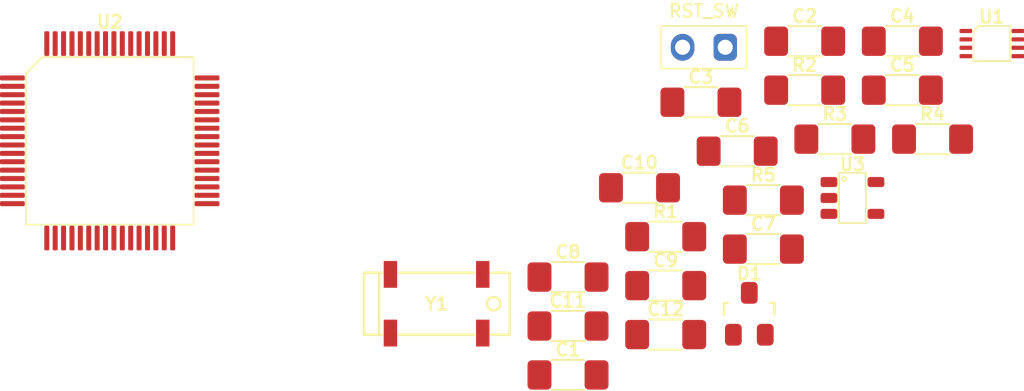
<source format=kicad_pcb>
(kicad_pcb (version 20211014) (generator pcbnew)
  (layers (0 "F.Cu" signal) (31 "B.Cu" signal) (34 "B.Paste" user) (35 "F.Paste" user) (36 "B.SilkS" user "B.Silkscreen") (37 "F.SilkS" user "F.Silkscreen") (38 "B.Mask" user) (39 "F.Mask" user) (44 "Edge.Cuts" user))
  (net 0 "")
  (net 1 "Net-(C1-Pad1)")
  (net 2 "GND")
  (net 3 "+3.3V")
  (net 4 "Net-(C10-Pad1)")
  (net 5 "Net-(U2-Pad44)")
  (net 6 "Net-(U2-Pad45)")
  (net 7 "Net-(D1-Pad3)")
  (net 8 "Net-(R1-Pad2)")
  (net 9 "Net-(R2-Pad1)")
  (net 10 "Net-(R3-Pad1)")
  (net 11 "Net-(R4-Pad1)")
  (net 12 "/FSRX")
  (net 13 "/FSTX")
  (net 55 "/UPDI")
  (net 68 "+5V")
  (footprint "myAmp:C_1206" (layer "F.Cu") (at 136.735 61.96)
    (fp_text reference "R5" (at 0 -1.5) (layer "F.SilkS") (effects (font (size 0.75 0.75))))
    (fp_text value "8k2" hide)
    (fp_line (start -1 0.9) (end 1 0.9) (layer "F.SilkS") (width 0.12))
    (fp_line (start -1 -0.9) (end 1 -0.9) (layer "F.SilkS") (width 0.12))
    (pad "1" smd roundrect locked (at -1.7 0) (size 1.425 1.75) (layers "F.Cu" "F.Paste" "F.Mask") (roundrect_rratio 0.175) (net 12 "/FSRX"))
    (pad "2" smd roundrect locked (at 1.7 0) (size 1.425 1.75) (layers "F.Cu" "F.Paste" "F.Mask") (roundrect_rratio 0.175) (net 2 "GND"))
  )
  (footprint "myAmp:C_1206" (layer "F.Cu") (at 130.915 64.14)
    (fp_text reference "R1" (at 0 -1.5) (layer "F.SilkS") (effects (font (size 0.75 0.75))))
    (fp_text value "330" hide)
    (fp_line (start -1 -0.9) (end 1 -0.9) (layer "F.SilkS") (width 0.12))
    (fp_line (start -1 0.9) (end 1 0.9) (layer "F.SilkS") (width 0.12))
    (pad "1" smd roundrect locked (at -1.7 0) (size 1.425 1.75) (layers "F.Cu" "F.Paste" "F.Mask") (roundrect_rratio 0.175) (net 1 "Net-(C1-Pad1)"))
    (pad "2" smd roundrect locked (at 1.7 0) (size 1.425 1.75) (layers "F.Cu" "F.Paste" "F.Mask") (roundrect_rratio 0.175) (net 8 "Net-(R1-Pad2)"))
  )
  (footprint "myAmp:C_1206" (layer "F.Cu") (at 136.735 64.88)
    (fp_text reference "C7" (at 0 -1.5) (layer "F.SilkS") (effects (font (size 0.75 0.75))))
    (fp_text value "10n" hide)
    (fp_line (start -1 0.9) (end 1 0.9) (layer "F.SilkS") (width 0.12))
    (fp_line (start -1 -0.9) (end 1 -0.9) (layer "F.SilkS") (width 0.12))
    (pad "1" smd roundrect locked (at -1.7 0) (size 1.425 1.75) (layers "F.Cu" "F.Paste" "F.Mask") (roundrect_rratio 0.175) (net 3 "+3.3V"))
    (pad "2" smd roundrect locked (at 1.7 0) (size 1.425 1.75) (layers "F.Cu" "F.Paste" "F.Mask") (roundrect_rratio 0.175) (net 2 "GND"))
  )
  (footprint "myAmp:C_1206" (layer "F.Cu") (at 145.015 55.4)
    (fp_text reference "C5" (at 0 -1.5) (layer "F.SilkS") (effects (font (size 0.75 0.75))))
    (fp_text value "10n" hide)
    (fp_line (start -1 0.9) (end 1 0.9) (layer "F.SilkS") (width 0.12))
    (fp_line (start -1 -0.9) (end 1 -0.9) (layer "F.SilkS") (width 0.12))
    (pad "1" smd roundrect locked (at -1.7 0) (size 1.425 1.75) (layers "F.Cu" "F.Paste" "F.Mask") (roundrect_rratio 0.175) (net 3 "+3.3V"))
    (pad "2" smd roundrect locked (at 1.7 0) (size 1.425 1.75) (layers "F.Cu" "F.Paste" "F.Mask") (roundrect_rratio 0.175) (net 2 "GND"))
  )
  (footprint "myAmp:C_1206" (layer "F.Cu") (at 125.095 69.47)
    (fp_text reference "C11" (at 0 -1.5) (layer "F.SilkS") (effects (font (size 0.75 0.75))))
    (fp_text value "12p" hide)
    (fp_line (start -1 0.9) (end 1 0.9) (layer "F.SilkS") (width 0.12))
    (fp_line (start -1 -0.9) (end 1 -0.9) (layer "F.SilkS") (width 0.12))
    (pad "1" smd roundrect locked (at -1.7 0) (size 1.425 1.75) (layers "F.Cu" "F.Paste" "F.Mask") (roundrect_rratio 0.175) (net 5 "Net-(U2-Pad44)"))
    (pad "2" smd roundrect locked (at 1.7 0) (size 1.425 1.75) (layers "F.Cu" "F.Paste" "F.Mask") (roundrect_rratio 0.175) (net 2 "GND"))
  )
  (footprint "myAmp:Switch_2.5mm" (layer "F.Cu") (at 133.1933 52.8408)
    (fp_text reference "SW1" hide)
    (fp_text value "RST_SW" (at 0 -2.159) (layer "F.SilkS") (effects (font (size 0.75 0.75) (thickness 0.127))))
    (fp_line (start -2.54 -1.27) (end 2.54 -1.27) (layer "F.SilkS") (width 0.1))
    (fp_line (start 2.54 -1.27) (end 2.54 1.27) (layer "F.SilkS") (width 0.1))
    (fp_line (start -2.54 1.27) (end -2.54 -1.27) (layer "F.SilkS") (width 0.1016))
    (fp_line (start 2.54 1.27) (end -2.54 1.27) (layer "F.SilkS") (width 0.1))
    (pad "1" thru_hole roundrect locked (at 1.27 0) (size 1.4 1.6) (drill 0.9) (layers *.Cu *.Mask) (net 8 "Net-(R1-Pad2)"))
    (pad "2" thru_hole oval locked (at -1.27 0) (size 1.4 1.6) (drill 0.9) (layers *.Cu *.Mask) (net 2 "GND"))
  )
  (footprint "myAmp:SOT-23-5" (layer "F.Cu") (at 142.0425 61.83)
    (fp_text reference "U3" (at 0 -2 180) (layer "F.SilkS") (effects (font (size 0.75 0.75))))
    (fp_text value "SN74LVC1G17" hide)
    (fp_line (start -0.8 -1.5) (end 0.8 -1.5) (layer "F.SilkS") (width 0.1))
    (fp_line (start 0.8 -1.5) (end 0.8 1.5) (layer "F.SilkS") (width 0.1))
    (fp_line (start -0.8 1.5) (end -0.8 -1.5) (layer "F.SilkS") (width 0.1))
    (fp_line (start 0.8 1.5) (end -0.8 1.5) (layer "F.SilkS") (width 0.1))
    (fp_circle (center -0.508 -1.143) (end -0.381 -1.143) (layer "F.SilkS") (width 0.1) (fill none))
    (pad "1" smd roundrect (at -1.4 -0.95 270) (size 0.6 1) (layers "F.Cu" "F.Paste" "F.Mask"))
    (pad "2" smd roundrect (at -1.4 0 270) (size 0.6 1) (layers "F.Cu" "F.Paste" "F.Mask") (net 7 "Net-(D1-Pad3)"))
    (pad "3" smd roundrect (at -1.4 0.947798 270) (size 0.6 1) (layers "F.Cu" "F.Paste" "F.Mask") (net 2 "GND"))
    (pad "4" smd roundrect (at 1.4 0.95 270) (size 0.6 1) (layers "F.Cu" "F.Paste" "F.Mask") (net 11 "Net-(R4-Pad1)"))
    (pad "5" smd roundrect (at 1.4 -0.95 270) (size 0.6 1) (layers "F.Cu" "F.Paste" "F.Mask") (net 68 "+5V"))
  )
  (footprint "myAmp:C_1206" (layer "F.Cu") (at 125.095 72.39)
    (fp_text reference "C1" (at 0 -1.5) (layer "F.SilkS") (effects (font (size 0.75 0.75))))
    (fp_text value "100n" hide)
    (fp_line (start -1 -0.9) (end 1 -0.9) (layer "F.SilkS") (width 0.12))
    (fp_line (start -1 0.9) (end 1 0.9) (layer "F.SilkS") (width 0.12))
    (pad "1" smd roundrect locked (at -1.7 0) (size 1.425 1.75) (layers "F.Cu" "F.Paste" "F.Mask") (roundrect_rratio 0.175) (net 1 "Net-(C1-Pad1)"))
    (pad "2" smd roundrect locked (at 1.7 0) (size 1.425 1.75) (layers "F.Cu" "F.Paste" "F.Mask") (roundrect_rratio 0.175) (net 2 "GND"))
  )
  (footprint "myAmp:VSSOP-8_2.4x2.1mm_P0.5mm" (layer "F.Cu") (at 150.3475 52.62)
    (fp_text reference "U1" (at 0 -1.6) (layer "F.SilkS") (effects (font (size 0.75 0.75))))
    (fp_text value "74LVC2G32DC")
    (fp_line (start 1.1 1.05) (end 1.1 -1.05) (layer "F.SilkS") (width 0.1))
    (fp_line (start 1.1 -1.05) (end -0.8 -1.05) (layer "F.SilkS") (width 0.1))
    (fp_line (start -1.1 -0.7) (end -1.1 1.05) (layer "F.SilkS") (width 0.1))
    (fp_line (start -0.8 -1.05) (end -1.1 -0.7) (layer "F.SilkS") (width 0.1))
    (fp_line (start -1.1 1.05) (end 1.1 1.05) (layer "F.SilkS") (width 0.1))
    (pad "1" smd roundrect (at -1.55 -0.75) (size 0.75 0.25) (layers "F.Cu" "F.Paste" "F.Mask") (net 13 "/FSTX"))
    (pad "2" smd roundrect (at -1.55 -0.25) (size 0.75 0.25) (layers "F.Cu" "F.Paste" "F.Mask") (net 2 "GND"))
    (pad "3" smd roundrect (at -1.55 0.25) (size 0.75 0.25) (layers "F.Cu" "F.Paste" "F.Mask") (net 10 "Net-(R3-Pad1)"))
    (pad "4" smd roundrect (at -1.55 0.75) (size 0.75 0.25) (layers "F.Cu" "F.Paste" "F.Mask") (net 2 "GND"))
    (pad "5" smd roundrect (at 1.55 0.75) (size 0.75 0.25) (layers "F.Cu" "F.Paste" "F.Mask") (net 13 "/FSTX"))
    (pad "6" smd roundrect (at 1.55 0.25) (size 0.75 0.25) (layers "F.Cu" "F.Paste" "F.Mask") (net 2 "GND"))
    (pad "7" smd roundrect (at 1.55 -0.25) (size 0.75 0.25) (layers "F.Cu" "F.Paste" "F.Mask") (net 9 "Net-(R2-Pad1)"))
    (pad "8" smd roundrect (at 1.55 -0.75) (size 0.75 0.25) (layers "F.Cu" "F.Paste" "F.Mask") (net 4 "Net-(C10-Pad1)"))
  )
  (footprint "myAmp:QUARTZ_85SMX" (layer "F.Cu") (at 117.2655 68.14)
    (fp_text reference "Y1" (at 0 0) (layer "F.SilkS") (effects (font (size 0.75 0.75))))
    (fp_text value "32768Hz")
    (fp_line (start -4.318 -1.85) (end -4.318 1.85) (layer "F.SilkS") (width 0.15))
    (fp_line (start 3.25 1.85) (end 4.35 1.85) (layer "F.SilkS") (width 0.15))
    (fp_line (start -3.429 -1.85) (end -3.429 1.85) (layer "F.SilkS") (width 0.15))
    (fp_line (start 4.35 -1.85) (end 4.35 1.85) (layer "F.SilkS") (width 0.15))
    (fp_line (start 2.25 -1.85) (end -2.25 -1.85) (layer "F.SilkS") (width 0.15))
    (fp_line (start -3.25 1.85) (end -4.318 1.85) (layer "F.SilkS") (width 0.15))
    (fp_line (start 2.25 1.85) (end -2.25 1.85) (layer "F.SilkS") (width 0.15))
    (fp_line (start -3.25 -1.85) (end -4.318 -1.85) (layer "F.SilkS") (width 0.15))
    (fp_line (start 4.35 -1.85) (end 3.25 -1.85) (layer "F.SilkS") (width 0.15))
    (fp_circle (center 3.4 0) (end 3.4 0.4) (layer "F.SilkS") (width 0.15) (fill none))
    (pad "1" smd rect locked (at -2.75 1.75) (size 0.8 1.6) (layers "F.Cu" "F.Paste" "F.Mask") (net 5 "Net-(U2-Pad44)"))
    (pad "2" smd rect locked (at -2.75 -1.75) (size 0.8 1.6) (layers "F.Cu" "F.Paste" "F.Mask") (net 6 "Net-(U2-Pad45)"))
    (pad "3" smd rect locked (at 2.75 1.75) (size 0.8 1.6) (layers "F.Cu" "F.Paste" "F.Mask"))
    (pad "4" smd rect locked (at 2.75 -1.75) (size 0.8 1.6) (layers "F.Cu" "F.Paste" "F.Mask"))
  )
  (footprint "myAmp:SOT-23" (layer "F.Cu") (at 135.89732 68.74)
    (fp_text reference "D1" (at 0 -2.4) (layer "F.SilkS") (effects (font (size 0.75 0.75))))
    (fp_text value "BAT54SW")
    (fp_line (start -1.49982 0.0508) (end -1.49982 -0.65024) (layer "F.SilkS") (width 0.15))
    (fp_line (start 1.29916 -0.65024) (end 1.2509 -0.65024) (layer "F.SilkS") (width 0.15))
    (fp_line (start 1.29916 -0.65024) (end 1.49982 -0.65024) (layer "F.SilkS") (width 0.15))
    (fp_line (start -1.49982 -0.65024) (end -1.2509 -0.65024) (layer "F.SilkS") (width 0.15))
    (fp_line (start 1.49982 -0.65024) (end 1.49982 0.0508) (layer "F.SilkS") (width 0.15))
    (pad "1" smd roundrect (at -0.95 1.25) (size 1 1.3) (layers "F.Cu" "F.Paste" "F.Mask") (net 2 "GND"))
    (pad "2" smd roundrect (at 0.95 1.25) (size 1 1.3) (layers "F.Cu" "F.Paste" "F.Mask") (net 3 "+3.3V"))
    (pad "3" smd roundrect (at 0 -1.25) (size 1 1.3) (layers "F.Cu" "F.Paste" "F.Mask") (net 7 "Net-(D1-Pad3)"))
  )
  (footprint "myAmp:C_1206" (layer "F.Cu") (at 129.355 61.22)
    (fp_text reference "C10" (at 0 -1.5) (layer "F.SilkS") (effects (font (size 0.75 0.75))))
    (fp_text value "10n" hide)
    (fp_line (start -1 0.9) (end 1 0.9) (layer "F.SilkS") (width 0.12))
    (fp_line (start -1 -0.9) (end 1 -0.9) (layer "F.SilkS") (width 0.12))
    (pad "1" smd roundrect locked (at -1.7 0) (size 1.425 1.75) (layers "F.Cu" "F.Paste" "F.Mask") (roundrect_rratio 0.175) (net 4 "Net-(C10-Pad1)"))
    (pad "2" smd roundrect locked (at 1.7 0) (size 1.425 1.75) (layers "F.Cu" "F.Paste" "F.Mask") (roundrect_rratio 0.175) (net 2 "GND"))
  )
  (footprint "myAmp:C_1206" (layer "F.Cu") (at 130.915 69.98)
    (fp_text reference "C12" (at 0 -1.5) (layer "F.SilkS") (effects (font (size 0.75 0.75))))
    (fp_text value "12p" hide)
    (fp_line (start -1 0.9) (end 1 0.9) (layer "F.SilkS") (width 0.12))
    (fp_line (start -1 -0.9) (end 1 -0.9) (layer "F.SilkS") (width 0.12))
    (pad "1" smd roundrect locked (at -1.7 0) (size 1.425 1.75) (layers "F.Cu" "F.Paste" "F.Mask") (roundrect_rratio 0.175) (net 6 "Net-(U2-Pad45)"))
    (pad "2" smd roundrect locked (at 1.7 0) (size 1.425 1.75) (layers "F.Cu" "F.Paste" "F.Mask") (roundrect_rratio 0.175) (net 2 "GND"))
  )
  (footprint "myAmp:C_1206" (layer "F.Cu") (at 130.915 67.06)
    (fp_text reference "C9" (at 0 -1.5) (layer "F.SilkS") (effects (font (size 0.75 0.75))))
    (fp_text value "10n" hide)
    (fp_line (start -1 -0.9) (end 1 -0.9) (layer "F.SilkS") (width 0.12))
    (fp_line (start -1 0.9) (end 1 0.9) (layer "F.SilkS") (width 0.12))
    (pad "1" smd roundrect locked (at -1.7 0) (size 1.425 1.75) (layers "F.Cu" "F.Paste" "F.Mask") (roundrect_rratio 0.175) (net 3 "+3.3V"))
    (pad "2" smd roundrect locked (at 1.7 0) (size 1.425 1.75) (layers "F.Cu" "F.Paste" "F.Mask") (roundrect_rratio 0.175) (net 2 "GND"))
  )
  (footprint "myAmp:C_1206" (layer "F.Cu") (at 135.175 59.04)
    (fp_text reference "C6" (at 0 -1.5) (layer "F.SilkS") (effects (font (size 0.75 0.75))))
    (fp_text value "100n" hide)
    (fp_line (start -1 0.9) (end 1 0.9) (layer "F.SilkS") (width 0.12))
    (fp_line (start -1 -0.9) (end 1 -0.9) (layer "F.SilkS") (width 0.12))
    (pad "1" smd roundrect locked (at -1.7 0) (size 1.425 1.75) (layers "F.Cu" "F.Paste" "F.Mask") (roundrect_rratio 0.175) (net 3 "+3.3V"))
    (pad "2" smd roundrect locked (at 1.7 0) (size 1.425 1.75) (layers "F.Cu" "F.Paste" "F.Mask") (roundrect_rratio 0.175) (net 2 "GND"))
  )
  (footprint "myAmp:C_1206" (layer "F.Cu") (at 146.815 58.32)
    (fp_text reference "R4" (at 0 -1.5) (layer "F.SilkS") (effects (font (size 0.75 0.75))))
    (fp_text value "4k7" hide)
    (fp_line (start -1 -0.9) (end 1 -0.9) (layer "F.SilkS") (width 0.12))
    (fp_line (start -1 0.9) (end 1 0.9) (layer "F.SilkS") (width 0.12))
    (pad "1" smd roundrect locked (at -1.7 0) (size 1.425 1.75) (layers "F.Cu" "F.Paste" "F.Mask") (roundrect_rratio 0.175) (net 11 "Net-(R4-Pad1)"))
    (pad "2" smd roundrect locked (at 1.7 0) (size 1.425 1.75) (layers "F.Cu" "F.Paste" "F.Mask") (roundrect_rratio 0.175) (net 12 "/FSRX"))
  )
  (footprint "myAmp:TQFP-64_10x10mm_P0.5mm" (layer "F.Cu") (at 97.79 58.42)
    (fp_text reference "U2" (at 0 -7.1 180) (layer "F.SilkS") (effects (font (size 0.75 0.75))))
    (fp_text value "AVR64DA64")
    (fp_line (start 5 5) (end -5 5) (layer "F.SilkS") (width 0.1))
    (fp_line (start -5 5) (end -5 -4) (layer "F.SilkS") (width 0.1))
    (fp_line (start 5 -5) (end 5 5) (layer "F.SilkS") (width 0.1))
    (fp_line (start -5 -4) (end -4 -5) (layer "F.SilkS") (width 0.1))
    (fp_line (start -4 -5) (end 5 -5) (layer "F.SilkS") (width 0.1))
    (pad "1" smd roundrect (at -5.8 -3.75) (size 1.475 0.3) (layers "F.Cu" "F.Paste" "F.Mask"))
    (pad "2" smd roundrect (at -5.8 -3.25) (size 1.475 0.3) (layers "F.Cu" "F.Paste" "F.Mask"))
    (pad "3" smd roundrect (at -5.8 -2.75) (size 1.475 0.3) (layers "F.Cu" "F.Paste" "F.Mask"))
    (pad "4" smd roundrect (at -5.8 -2.25) (size 1.475 0.3) (layers "F.Cu" "F.Paste" "F.Mask"))
    (pad "5" smd roundrect (at -5.8 -1.75) (size 1.475 0.3) (layers "F.Cu" "F.Paste" "F.Mask"))
    (pad "6" smd roundrect (at -5.8 -1.25) (size 1.475 0.3) (layers "F.Cu" "F.Paste" "F.Mask") (net 3 "+3.3V"))
    (pad "7" smd roundrect (at -5.8 -0.75) (size 1.475 0.3) (layers "F.Cu" "F.Paste" "F.Mask") (net 2 "GND"))
    (pad "8" smd roundrect (at -5.8 -0.25) (size 1.475 0.3) (layers "F.Cu" "F.Paste" "F.Mask"))
    (pad "9" smd roundrect (at -5.8 0.25) (size 1.475 0.3) (layers "F.Cu" "F.Paste" "F.Mask"))
    (pad "10" smd roundrect (at -5.8 0.75) (size 1.475 0.3) (layers "F.Cu" "F.Paste" "F.Mask"))
    (pad "11" smd roundrect (at -5.8 1.25) (size 1.475 0.3) (layers "F.Cu" "F.Paste" "F.Mask"))
    (pad "12" smd roundrect (at -5.8 1.75) (size 1.475 0.3) (layers "F.Cu" "F.Paste" "F.Mask"))
    (pad "13" smd roundrect (at -5.8 2.25) (size 1.475 0.3) (layers "F.Cu" "F.Paste" "F.Mask"))
    (pad "14" smd roundrect (at -5.8 2.75) (size 1.475 0.3) (layers "F.Cu" "F.Paste" "F.Mask"))
    (pad "15" smd roundrect (at -5.8 3.25) (size 1.475 0.3) (layers "F.Cu" "F.Paste" "F.Mask"))
    (pad "16" smd roundrect (at -5.8 3.75) (size 1.475 0.3) (layers "F.Cu" "F.Paste" "F.Mask"))
    (pad "17" smd roundrect (at -3.75 5.8) (size 0.3 1.475) (layers "F.Cu" "F.Paste" "F.Mask"))
    (pad "18" smd roundrect (at -3.25 5.8) (size 0.3 1.475) (layers "F.Cu" "F.Paste" "F.Mask"))
    (pad "19" smd roundrect (at -2.75 5.8) (size 0.3 1.475) (layers "F.Cu" "F.Paste" "F.Mask"))
    (pad "20" smd roundrect (at -2.25 5.8) (size 0.3 1.475) (layers "F.Cu" "F.Paste" "F.Mask") (net 3 "+3.3V"))
    (pad "21" smd roundrect (at -1.75 5.8) (size 0.3 1.475) (layers "F.Cu" "F.Paste" "F.Mask") (net 2 "GND"))
    (pad "22" smd roundrect (at -1.25 5.8) (size 0.3 1.475) (layers "F.Cu" "F.Paste" "F.Mask"))
    (pad "23" smd roundrect (at -0.75 5.8) (size 0.3 1.475) (layers "F.Cu" "F.Paste" "F.Mask"))
    (pad "24" smd roundrect (at -0.25 5.8) (size 0.3 1.475) (layers "F.Cu" "F.Paste" "F.Mask"))
    (pad "25" smd roundrect (at 0.25 5.8) (size 0.3 1.475) (layers "F.Cu" "F.Paste" "F.Mask"))
    (pad "26" smd roundrect (at 0.75 5.8) (size 0.3 1.475) (layers "F.Cu" "F.Paste" "F.Mask"))
    (pad "27" smd roundrect (at 1.25 5.8) (size 0.3 1.475) (layers "F.Cu" "F.Paste" "F.Mask"))
    (pad "28" smd roundrect (at 1.75 5.8) (size 0.3 1.475) (layers "F.Cu" "F.Paste" "F.Mask"))
    (pad "29" smd roundrect (at 2.25 5.8) (size 0.3 1.475) (layers "F.Cu" "F.Paste" "F.Mask"))
    (pad "30" smd roundrect (at 2.75 5.8) (size 0.3 1.475) (layers "F.Cu" "F.Paste" "F.Mask"))
    (pad "31" smd roundrect (at 3.25 5.8) (size 0.3 1.475) (layers "F.Cu" "F.Paste" "F.Mask"))
    (pad "32" smd roundrect (at 3.75 5.8) (size 0.3 1.475) (layers "F.Cu" "F.Paste" "F.Mask"))
    (pad "33" smd roundrect (at 5.8 3.75) (size 1.475 0.3) (layers "F.Cu" "F.Paste" "F.Mask"))
    (pad "34" smd roundrect (at 5.8 3.25) (size 1.475 0.3) (layers "F.Cu" "F.Paste" "F.Mask") (net 3 "+3.3V"))
    (pad "35" smd roundrect (at 5.8 2.75) (size 1.475 0.3) (layers "F.Cu" "F.Paste" "F.Mask") (net 2 "GND"))
    (pad "36" smd roundrect (at 5.8 2.25) (size 1.475 0.3) (layers "F.Cu" "F.Paste" "F.Mask"))
    (pad "37" smd roundrect (at 5.8 1.75) (size 1.475 0.3) (layers "F.Cu" "F.Paste" "F.Mask"))
    (pad "38" smd roundrect (at 5.8 1.25) (size 1.475 0.3) (layers "F.Cu" "F.Paste" "F.Mask"))
    (pad "39" smd roundrect (at 5.8 0.75) (size 1.475 0.3) (layers "F.Cu" "F.Paste" "F.Mask"))
    (pad "40" smd roundrect (at 5.8 0.25) (size 1.475 0.3) (layers "F.Cu" "F.Paste" "F.Mask"))
    (pad "41" smd roundrect (at 5.8 -0.25) (size 1.475 0.3) (layers "F.Cu" "F.Paste" "F.Mask"))
    (pad "42" smd roundrect (at 5.8 -0.75) (size 1.475 0.3) (layers "F.Cu" "F.Paste" "F.Mask"))
    (pad "43" smd roundrect (at 5.8 -1.25) (size 1.475 0.3) (layers "F.Cu" "F.Paste" "F.Mask"))
    (pad "44" smd roundrect (at 5.8 -1.75) (size 1.475 0.3) (layers "F.Cu" "F.Paste" "F.Mask") (net 5 "Net-(U2-Pad44)"))
    (pad "45" smd roundrect (at 5.8 -2.25) (size 1.475 0.3) (layers "F.Cu" "F.Paste" "F.Mask") (net 6 "Net-(U2-Pad45)"))
    (pad "46" smd roundrect (at 5.8 -2.75) (size 1.475 0.3) (layers "F.Cu" "F.Paste" "F.Mask"))
    (pad "47" smd roundrect (at 5.8 -3.25) (size 1.475 0.3) (layers "F.Cu" "F.Paste" "F.Mask"))
    (pad "48" smd roundrect (at 5.8 -3.75) (size 1.475 0.3) (layers "F.Cu" "F.Paste" "F.Mask"))
    (pad "49" smd roundrect (at 3.75 -5.8) (size 0.3 1.475) (layers "F.Cu" "F.Paste" "F.Mask"))
    (pad "50" smd roundrect (at 3.25 -5.8) (size 0.3 1.475) (layers "F.Cu" "F.Paste" "F.Mask") (net 1 "Net-(C1-Pad1)"))
    (pad "51" smd roundrect (at 2.75 -5.8) (size 0.3 1.475) (layers "F.Cu" "F.Paste" "F.Mask") (net 55 "/UPDI"))
    (pad "52" smd roundrect (at 2.25 -5.8) (size 0.3 1.475) (layers "F.Cu" "F.Paste" "F.Mask"))
    (pad "53" smd roundrect (at 1.75 -5.8) (size 0.3 1.475) (layers "F.Cu" "F.Paste" "F.Mask"))
    (pad "54" smd roundrect (at 1.25 -5.8) (size 0.3 1.475) (layers "F.Cu" "F.Paste" "F.Mask"))
    (pad "55" smd roundrect (at 0.75 -5.8) (size 0.3 1.475) (layers "F.Cu" "F.Paste" "F.Mask"))
    (pad "56" smd roundrect (at 0.25 -5.8) (size 0.3 1.475) (layers "F.Cu" "F.Paste" "F.Mask") (net 3 "+3.3V"))
    (pad "57" smd roundrect (at -0.25 -5.8) (size 0.3 1.475) (layers "F.Cu" "F.Paste" "F.Mask") (net 2 "GND"))
    (pad "58" smd roundrect (at -0.75 -5.8) (size 0.3 1.475) (layers "F.Cu" "F.Paste" "F.Mask"))
    (pad "59" smd roundrect (at -1.25 -5.8) (size 0.3 1.475) (layers "F.Cu" "F.Paste" "F.Mask"))
    (pad "60" smd roundrect (at -1.75 -5.8) (size 0.3 1.475) (layers "F.Cu" "F.Paste" "F.Mask"))
    (pad "61" smd roundrect (at -2.25 -5.8) (size 0.3 1.475) (layers "F.Cu" "F.Paste" "F.Mask"))
    (pad "62" smd roundrect (at -2.75 -5.8) (size 0.3 1.475) (layers "F.Cu" "F.Paste" "F.Mask"))
    (pad "63" smd roundrect (at -3.25 -5.8) (size 0.3 1.475) (layers "F.Cu" "F.Paste" "F.Mask"))
    (pad "64" smd roundrect (at -3.75 -5.8) (size 0.3 1.475) (layers "F.Cu" "F.Paste" "F.Mask"))
  )
  (footprint "myAmp:C_1206" (layer "F.Cu") (at 139.195 52.48)
    (fp_text reference "C2" (at 0 -1.5) (layer "F.SilkS") (effects (font (size 0.75 0.75))))
    (fp_text value "100n" hide)
    (fp_line (start -1 -0.9) (end 1 -0.9) (layer "F.SilkS") (width 0.12))
    (fp_line (start -1 0.9) (end 1 0.9) (layer "F.SilkS") (width 0.12))
    (pad "1" smd roundrect locked (at -1.7 0) (size 1.425 1.75) (layers "F.Cu" "F.Paste" "F.Mask") (roundrect_rratio 0.175) (net 3 "+3.3V"))
    (pad "2" smd roundrect locked (at 1.7 0) (size 1.425 1.75) (layers "F.Cu" "F.Paste" "F.Mask") (roundrect_rratio 0.175) (net 2 "GND"))
  )
  (footprint "myAmp:C_1206" (layer "F.Cu") (at 125.095 66.55)
    (fp_text reference "C8" (at 0 -1.5) (layer "F.SilkS") (effects (font (size 0.75 0.75))))
    (fp_text value "100n" hide)
    (fp_line (start -1 -0.9) (end 1 -0.9) (layer "F.SilkS") (width 0.12))
    (fp_line (start -1 0.9) (end 1 0.9) (layer "F.SilkS") (width 0.12))
    (pad "1" smd roundrect locked (at -1.7 0) (size 1.425 1.75) (layers "F.Cu" "F.Paste" "F.Mask") (roundrect_rratio 0.175) (net 3 "+3.3V"))
    (pad "2" smd roundrect locked (at 1.7 0) (size 1.425 1.75) (layers "F.Cu" "F.Paste" "F.Mask") (roundrect_rratio 0.175) (net 2 "GND"))
  )
  (footprint "myAmp:C_1206" (layer "F.Cu") (at 145.015 52.48)
    (fp_text reference "C4" (at 0 -1.5) (layer "F.SilkS") (effects (font (size 0.75 0.75))))
    (fp_text value "100n" hide)
    (fp_line (start -1 -0.9) (end 1 -0.9) (layer "F.SilkS") (width 0.12))
    (fp_line (start -1 0.9) (end 1 0.9) (layer "F.SilkS") (width 0.12))
    (pad "1" smd roundrect locked (at -1.7 0) (size 1.425 1.75) (layers "F.Cu" "F.Paste" "F.Mask") (roundrect_rratio 0.175) (net 3 "+3.3V"))
    (pad "2" smd roundrect locked (at 1.7 0) (size 1.425 1.75) (layers "F.Cu" "F.Paste" "F.Mask") (roundrect_rratio 0.175) (net 2 "GND"))
  )
  (footprint "myAmp:C_1206" (layer "F.Cu") (at 139.195 55.4)
    (fp_text reference "R2" (at 0 -1.5) (layer "F.SilkS") (effects (font (size 0.75 0.75))))
    (fp_text value "22" hide)
    (fp_line (start -1 -0.9) (end 1 -0.9) (layer "F.SilkS") (width 0.12))
    (fp_line (start -1 0.9) (end 1 0.9) (layer "F.SilkS") (width 0.12))
    (pad "1" smd roundrect locked (at -1.7 0) (size 1.425 1.75) (layers "F.Cu" "F.Paste" "F.Mask") (roundrect_rratio 0.175) (net 9 "Net-(R2-Pad1)"))
    (pad "2" smd roundrect locked (at 1.7 0) (size 1.425 1.75) (layers "F.Cu" "F.Paste" "F.Mask") (roundrect_rratio 0.175) (net 7 "Net-(D1-Pad3)"))
  )
  (footprint "myAmp:C_1206" (layer "F.Cu") (at 133.015 56.12)
    (fp_text reference "C3" (at 0 -1.5) (layer "F.SilkS") (effects (font (size 0.75 0.75))))
    (fp_text value "10n" hide)
    (fp_line (start -1 0.9) (end 1 0.9) (layer "F.SilkS") (width 0.12))
    (fp_line (start -1 -0.9) (end 1 -0.9) (layer "F.SilkS") (width 0.12))
    (pad "1" smd roundrect locked (at -1.7 0) (size 1.425 1.75) (layers "F.Cu" "F.Paste" "F.Mask") (roundrect_rratio 0.175) (net 3 "+3.3V"))
    (pad "2" smd roundrect locked (at 1.7 0) (size 1.425 1.75) (layers "F.Cu" "F.Paste" "F.Mask") (roundrect_rratio 0.175) (net 2 "GND"))
  )
  (footprint "myAmp:C_1206" (layer "F.Cu") (at 140.995 58.32)
    (fp_text reference "R3" (at 0 -1.5) (layer "F.SilkS") (effects (font (size 0.75 0.75))))
    (fp_text value "22" hide)
    (fp_line (start -1 -0.9) (end 1 -0.9) (layer "F.SilkS") (width 0.12))
    (fp_line (start -1 0.9) (end 1 0.9) (layer "F.SilkS") (width 0.12))
    (pad "1" smd roundrect locked (at -1.7 0) (size 1.425 1.75) (layers "F.Cu" "F.Paste" "F.Mask") (roundrect_rratio 0.175) (net 10 "Net-(R3-Pad1)"))
    (pad "2" smd roundrect locked (at 1.7 0) (size 1.425 1.75) (layers "F.Cu" "F.Paste" "F.Mask") (roundrect_rratio 0.175) (net 7 "Net-(D1-Pad3)"))
  )
)
</source>
